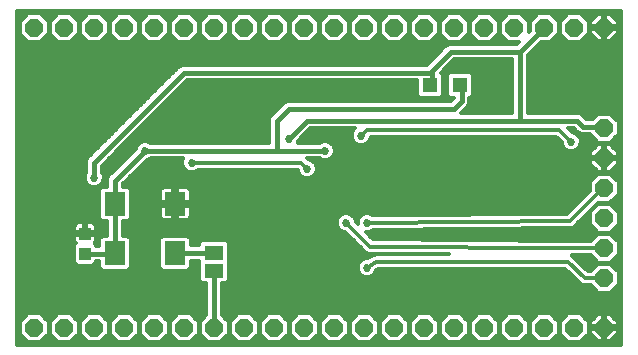
<source format=gbl>
G75*
G70*
%OFA0B0*%
%FSLAX24Y24*%
%IPPOS*%
%LPD*%
%AMOC8*
5,1,8,0,0,1.08239X$1,22.5*
%
%ADD10OC8,0.0600*%
%ADD11R,0.0709X0.0787*%
%ADD12R,0.0630X0.0460*%
%ADD13R,0.0394X0.0433*%
%ADD14R,0.0515X0.0515*%
%ADD15C,0.0120*%
%ADD16C,0.0270*%
%ADD17C,0.0160*%
D10*
X003671Y001161D03*
X004671Y001161D03*
X005671Y001161D03*
X006671Y001161D03*
X007671Y001161D03*
X008671Y001161D03*
X009671Y001161D03*
X010671Y001161D03*
X011671Y001161D03*
X012671Y001161D03*
X013671Y001161D03*
X014671Y001161D03*
X015671Y001161D03*
X016671Y001161D03*
X017671Y001161D03*
X018671Y001161D03*
X019671Y001161D03*
X020671Y001161D03*
X021671Y001161D03*
X022671Y001161D03*
X022671Y002811D03*
X022671Y003811D03*
X022671Y004811D03*
X022671Y005811D03*
X022671Y006811D03*
X022671Y007811D03*
X022671Y011161D03*
X021671Y011161D03*
X020671Y011161D03*
X019671Y011161D03*
X018671Y011161D03*
X017671Y011161D03*
X016671Y011161D03*
X015671Y011161D03*
X014671Y011161D03*
X013671Y011161D03*
X012671Y011161D03*
X011671Y011161D03*
X010671Y011161D03*
X009671Y011161D03*
X008671Y011161D03*
X007671Y011161D03*
X006671Y011161D03*
X005671Y011161D03*
X004671Y011161D03*
X003671Y011161D03*
D11*
X006371Y005288D03*
X008371Y005288D03*
X008371Y003634D03*
X006371Y003634D03*
D12*
X009671Y003661D03*
X009671Y003061D03*
D13*
X005371Y003627D03*
X005371Y004296D03*
D14*
X016871Y009261D03*
X017871Y009261D03*
D15*
X003101Y011731D02*
X003101Y000591D01*
X023241Y000591D01*
X023241Y011731D01*
X003101Y011731D01*
X003101Y011660D02*
X023241Y011660D01*
X023241Y011541D02*
X022941Y011541D01*
X022861Y011621D02*
X022711Y011621D01*
X022711Y011201D01*
X023131Y011201D01*
X023131Y011352D01*
X022861Y011621D01*
X022711Y011541D02*
X022631Y011541D01*
X022631Y011621D02*
X022480Y011621D01*
X022211Y011352D01*
X022211Y011201D01*
X022631Y011201D01*
X022631Y011121D01*
X022711Y011121D01*
X022711Y010701D01*
X022861Y010701D01*
X023131Y010971D01*
X023131Y011121D01*
X022711Y011121D01*
X022711Y011201D01*
X022631Y011201D01*
X022631Y011621D01*
X022401Y011541D02*
X021969Y011541D01*
X021870Y011641D02*
X021472Y011641D01*
X021191Y011360D01*
X021191Y010962D01*
X021472Y010681D01*
X021870Y010681D01*
X022151Y010962D01*
X022151Y011360D01*
X021870Y011641D01*
X022088Y011423D02*
X022282Y011423D01*
X022211Y011304D02*
X022151Y011304D01*
X022151Y011186D02*
X022631Y011186D01*
X022631Y011121D02*
X022211Y011121D01*
X022211Y010971D01*
X022480Y010701D01*
X022631Y010701D01*
X022631Y011121D01*
X022631Y011067D02*
X022711Y011067D01*
X022711Y010949D02*
X022631Y010949D01*
X022631Y010830D02*
X022711Y010830D01*
X022711Y010712D02*
X022631Y010712D01*
X022470Y010712D02*
X021900Y010712D01*
X022019Y010830D02*
X022351Y010830D01*
X022233Y010949D02*
X022137Y010949D01*
X022151Y011067D02*
X022211Y011067D01*
X022631Y011304D02*
X022711Y011304D01*
X022711Y011186D02*
X023241Y011186D01*
X023241Y011304D02*
X023131Y011304D01*
X023060Y011423D02*
X023241Y011423D01*
X023241Y011067D02*
X023131Y011067D01*
X023109Y010949D02*
X023241Y010949D01*
X023241Y010830D02*
X022990Y010830D01*
X022872Y010712D02*
X023241Y010712D01*
X023241Y010593D02*
X020470Y010593D01*
X020559Y010681D02*
X020870Y010681D01*
X021151Y010962D01*
X021151Y011360D01*
X020870Y011641D01*
X020472Y011641D01*
X020191Y011360D01*
X020191Y011049D01*
X020151Y011009D01*
X020151Y011360D01*
X019870Y011641D01*
X019472Y011641D01*
X019191Y011360D01*
X019191Y010962D01*
X019472Y010681D01*
X019823Y010681D01*
X019763Y010621D01*
X017519Y010621D01*
X017424Y010582D01*
X017350Y010509D01*
X016763Y009921D01*
X008619Y009921D01*
X008524Y009882D01*
X003101Y009882D01*
X003101Y010000D02*
X016842Y010000D01*
X016961Y010119D02*
X003101Y010119D01*
X003101Y010237D02*
X017079Y010237D01*
X017198Y010356D02*
X003101Y010356D01*
X003101Y010475D02*
X017316Y010475D01*
X017451Y010593D02*
X003101Y010593D01*
X003101Y010712D02*
X003442Y010712D01*
X003472Y010681D02*
X003870Y010681D01*
X004151Y010962D01*
X004151Y011360D01*
X003870Y011641D01*
X003472Y011641D01*
X003191Y011360D01*
X003191Y010962D01*
X003472Y010681D01*
X003323Y010830D02*
X003101Y010830D01*
X003101Y010949D02*
X003205Y010949D01*
X003191Y011067D02*
X003101Y011067D01*
X003101Y011186D02*
X003191Y011186D01*
X003191Y011304D02*
X003101Y011304D01*
X003101Y011423D02*
X003254Y011423D01*
X003372Y011541D02*
X003101Y011541D01*
X003969Y011541D02*
X004372Y011541D01*
X004472Y011641D02*
X004191Y011360D01*
X004191Y010962D01*
X004472Y010681D01*
X004870Y010681D01*
X005151Y010962D01*
X005151Y011360D01*
X004870Y011641D01*
X004472Y011641D01*
X004254Y011423D02*
X004088Y011423D01*
X004151Y011304D02*
X004191Y011304D01*
X004191Y011186D02*
X004151Y011186D01*
X004151Y011067D02*
X004191Y011067D01*
X004205Y010949D02*
X004137Y010949D01*
X004019Y010830D02*
X004323Y010830D01*
X004442Y010712D02*
X003900Y010712D01*
X004900Y010712D02*
X005442Y010712D01*
X005472Y010681D02*
X005870Y010681D01*
X006151Y010962D01*
X006151Y011360D01*
X005870Y011641D01*
X005472Y011641D01*
X005191Y011360D01*
X005191Y010962D01*
X005472Y010681D01*
X005323Y010830D02*
X005019Y010830D01*
X005137Y010949D02*
X005205Y010949D01*
X005191Y011067D02*
X005151Y011067D01*
X005151Y011186D02*
X005191Y011186D01*
X005191Y011304D02*
X005151Y011304D01*
X005088Y011423D02*
X005254Y011423D01*
X005372Y011541D02*
X004969Y011541D01*
X005969Y011541D02*
X006372Y011541D01*
X006472Y011641D02*
X006191Y011360D01*
X006191Y010962D01*
X006472Y010681D01*
X006870Y010681D01*
X007151Y010962D01*
X007151Y011360D01*
X006870Y011641D01*
X006472Y011641D01*
X006254Y011423D02*
X006088Y011423D01*
X006151Y011304D02*
X006191Y011304D01*
X006191Y011186D02*
X006151Y011186D01*
X006151Y011067D02*
X006191Y011067D01*
X006205Y010949D02*
X006137Y010949D01*
X006019Y010830D02*
X006323Y010830D01*
X006442Y010712D02*
X005900Y010712D01*
X006900Y010712D02*
X007442Y010712D01*
X007472Y010681D02*
X007870Y010681D01*
X008151Y010962D01*
X008151Y011360D01*
X007870Y011641D01*
X007472Y011641D01*
X007191Y011360D01*
X007191Y010962D01*
X007472Y010681D01*
X007323Y010830D02*
X007019Y010830D01*
X007137Y010949D02*
X007205Y010949D01*
X007191Y011067D02*
X007151Y011067D01*
X007151Y011186D02*
X007191Y011186D01*
X007191Y011304D02*
X007151Y011304D01*
X007088Y011423D02*
X007254Y011423D01*
X007372Y011541D02*
X006969Y011541D01*
X007969Y011541D02*
X008372Y011541D01*
X008472Y011641D02*
X008191Y011360D01*
X008191Y010962D01*
X008472Y010681D01*
X008870Y010681D01*
X009151Y010962D01*
X009151Y011360D01*
X008870Y011641D01*
X008472Y011641D01*
X008254Y011423D02*
X008088Y011423D01*
X008151Y011304D02*
X008191Y011304D01*
X008191Y011186D02*
X008151Y011186D01*
X008151Y011067D02*
X008191Y011067D01*
X008205Y010949D02*
X008137Y010949D01*
X008019Y010830D02*
X008323Y010830D01*
X008442Y010712D02*
X007900Y010712D01*
X008900Y010712D02*
X009442Y010712D01*
X009472Y010681D02*
X009870Y010681D01*
X010151Y010962D01*
X010151Y011360D01*
X009870Y011641D01*
X009472Y011641D01*
X009191Y011360D01*
X009191Y010962D01*
X009472Y010681D01*
X009323Y010830D02*
X009019Y010830D01*
X009137Y010949D02*
X009205Y010949D01*
X009191Y011067D02*
X009151Y011067D01*
X009151Y011186D02*
X009191Y011186D01*
X009191Y011304D02*
X009151Y011304D01*
X009088Y011423D02*
X009254Y011423D01*
X009372Y011541D02*
X008969Y011541D01*
X009969Y011541D02*
X010372Y011541D01*
X010472Y011641D02*
X010191Y011360D01*
X010191Y010962D01*
X010472Y010681D01*
X010870Y010681D01*
X011151Y010962D01*
X011151Y011360D01*
X010870Y011641D01*
X010472Y011641D01*
X010254Y011423D02*
X010088Y011423D01*
X010151Y011304D02*
X010191Y011304D01*
X010191Y011186D02*
X010151Y011186D01*
X010151Y011067D02*
X010191Y011067D01*
X010205Y010949D02*
X010137Y010949D01*
X010019Y010830D02*
X010323Y010830D01*
X010442Y010712D02*
X009900Y010712D01*
X010900Y010712D02*
X011442Y010712D01*
X011472Y010681D02*
X011870Y010681D01*
X012151Y010962D01*
X012151Y011360D01*
X011870Y011641D01*
X011472Y011641D01*
X011191Y011360D01*
X011191Y010962D01*
X011472Y010681D01*
X011323Y010830D02*
X011019Y010830D01*
X011137Y010949D02*
X011205Y010949D01*
X011191Y011067D02*
X011151Y011067D01*
X011151Y011186D02*
X011191Y011186D01*
X011191Y011304D02*
X011151Y011304D01*
X011088Y011423D02*
X011254Y011423D01*
X011372Y011541D02*
X010969Y011541D01*
X011969Y011541D02*
X012372Y011541D01*
X012472Y011641D02*
X012191Y011360D01*
X012191Y010962D01*
X012472Y010681D01*
X012870Y010681D01*
X013151Y010962D01*
X013151Y011360D01*
X012870Y011641D01*
X012472Y011641D01*
X012254Y011423D02*
X012088Y011423D01*
X012151Y011304D02*
X012191Y011304D01*
X012191Y011186D02*
X012151Y011186D01*
X012151Y011067D02*
X012191Y011067D01*
X012205Y010949D02*
X012137Y010949D01*
X012019Y010830D02*
X012323Y010830D01*
X012442Y010712D02*
X011900Y010712D01*
X012900Y010712D02*
X013442Y010712D01*
X013472Y010681D02*
X013870Y010681D01*
X014151Y010962D01*
X014151Y011360D01*
X013870Y011641D01*
X013472Y011641D01*
X013191Y011360D01*
X013191Y010962D01*
X013472Y010681D01*
X013323Y010830D02*
X013019Y010830D01*
X013137Y010949D02*
X013205Y010949D01*
X013191Y011067D02*
X013151Y011067D01*
X013151Y011186D02*
X013191Y011186D01*
X013191Y011304D02*
X013151Y011304D01*
X013088Y011423D02*
X013254Y011423D01*
X013372Y011541D02*
X012969Y011541D01*
X013969Y011541D02*
X014372Y011541D01*
X014472Y011641D02*
X014191Y011360D01*
X014191Y010962D01*
X014472Y010681D01*
X014870Y010681D01*
X015151Y010962D01*
X015151Y011360D01*
X014870Y011641D01*
X014472Y011641D01*
X014254Y011423D02*
X014088Y011423D01*
X014151Y011304D02*
X014191Y011304D01*
X014191Y011186D02*
X014151Y011186D01*
X014151Y011067D02*
X014191Y011067D01*
X014205Y010949D02*
X014137Y010949D01*
X014019Y010830D02*
X014323Y010830D01*
X014442Y010712D02*
X013900Y010712D01*
X014900Y010712D02*
X015442Y010712D01*
X015472Y010681D02*
X015870Y010681D01*
X016151Y010962D01*
X016151Y011360D01*
X015870Y011641D01*
X015472Y011641D01*
X015191Y011360D01*
X015191Y010962D01*
X015472Y010681D01*
X015323Y010830D02*
X015019Y010830D01*
X015137Y010949D02*
X015205Y010949D01*
X015191Y011067D02*
X015151Y011067D01*
X015151Y011186D02*
X015191Y011186D01*
X015191Y011304D02*
X015151Y011304D01*
X015088Y011423D02*
X015254Y011423D01*
X015372Y011541D02*
X014969Y011541D01*
X015969Y011541D02*
X016372Y011541D01*
X016472Y011641D02*
X016191Y011360D01*
X016191Y010962D01*
X016472Y010681D01*
X016870Y010681D01*
X017151Y010962D01*
X017151Y011360D01*
X016870Y011641D01*
X016472Y011641D01*
X016254Y011423D02*
X016088Y011423D01*
X016151Y011304D02*
X016191Y011304D01*
X016191Y011186D02*
X016151Y011186D01*
X016151Y011067D02*
X016191Y011067D01*
X016205Y010949D02*
X016137Y010949D01*
X016019Y010830D02*
X016323Y010830D01*
X016442Y010712D02*
X015900Y010712D01*
X016900Y010712D02*
X017442Y010712D01*
X017472Y010681D02*
X017870Y010681D01*
X018151Y010962D01*
X018151Y011360D01*
X017870Y011641D01*
X017472Y011641D01*
X017191Y011360D01*
X017191Y010962D01*
X017472Y010681D01*
X017323Y010830D02*
X017019Y010830D01*
X017137Y010949D02*
X017205Y010949D01*
X017191Y011067D02*
X017151Y011067D01*
X017151Y011186D02*
X017191Y011186D01*
X017191Y011304D02*
X017151Y011304D01*
X017088Y011423D02*
X017254Y011423D01*
X017372Y011541D02*
X016969Y011541D01*
X017969Y011541D02*
X018372Y011541D01*
X018472Y011641D02*
X018191Y011360D01*
X018191Y010962D01*
X018472Y010681D01*
X018870Y010681D01*
X019151Y010962D01*
X019151Y011360D01*
X018870Y011641D01*
X018472Y011641D01*
X018254Y011423D02*
X018088Y011423D01*
X018151Y011304D02*
X018191Y011304D01*
X018191Y011186D02*
X018151Y011186D01*
X018151Y011067D02*
X018191Y011067D01*
X018205Y010949D02*
X018137Y010949D01*
X018019Y010830D02*
X018323Y010830D01*
X018442Y010712D02*
X017900Y010712D01*
X017679Y010101D02*
X019611Y010101D01*
X019611Y008321D01*
X017898Y008321D01*
X018068Y008491D01*
X018068Y008491D01*
X018141Y008564D01*
X018181Y008660D01*
X018181Y008824D01*
X018203Y008824D01*
X018308Y008929D01*
X018308Y009593D01*
X018203Y009699D01*
X017539Y009699D01*
X017433Y009593D01*
X017433Y008929D01*
X017539Y008824D01*
X017661Y008824D01*
X017661Y008819D01*
X017563Y008721D01*
X012223Y008721D01*
X012119Y008721D01*
X012024Y008682D01*
X011624Y008282D01*
X011550Y008209D01*
X011511Y008113D01*
X011511Y007321D01*
X007556Y007321D01*
X007549Y007328D01*
X007434Y007376D01*
X007308Y007376D01*
X007192Y007328D01*
X007104Y007240D01*
X007056Y007124D01*
X007056Y007114D01*
X006150Y006209D01*
X006111Y006113D01*
X006111Y006010D01*
X006111Y005862D01*
X005942Y005862D01*
X005837Y005756D01*
X005837Y004820D01*
X005942Y004714D01*
X006111Y004714D01*
X006111Y004208D01*
X005942Y004208D01*
X005837Y004103D01*
X005837Y003887D01*
X005748Y003887D01*
X005748Y003918D01*
X005690Y003975D01*
X005696Y003981D01*
X005717Y004018D01*
X005728Y004058D01*
X005728Y004257D01*
X005410Y004257D01*
X005410Y004334D01*
X005728Y004334D01*
X005728Y004534D01*
X005717Y004574D01*
X005696Y004611D01*
X005666Y004640D01*
X005629Y004661D01*
X005589Y004672D01*
X005409Y004672D01*
X005409Y004335D01*
X005332Y004335D01*
X005332Y004672D01*
X005153Y004672D01*
X005112Y004661D01*
X005076Y004640D01*
X005046Y004611D01*
X005025Y004574D01*
X005014Y004534D01*
X005014Y004334D01*
X005332Y004334D01*
X005332Y004257D01*
X005014Y004257D01*
X005014Y004058D01*
X005025Y004018D01*
X005046Y003981D01*
X005052Y003975D01*
X004994Y003918D01*
X004994Y003336D01*
X005099Y003230D01*
X005642Y003230D01*
X005748Y003336D01*
X005748Y003367D01*
X005837Y003367D01*
X005837Y003166D01*
X005942Y003061D01*
X006800Y003061D01*
X006905Y003166D01*
X006905Y004103D01*
X006800Y004208D01*
X006631Y004208D01*
X006631Y004714D01*
X006800Y004714D01*
X006905Y004820D01*
X006905Y005756D01*
X006800Y005862D01*
X006631Y005862D01*
X006631Y005954D01*
X007424Y006746D01*
X007434Y006746D01*
X007549Y006794D01*
X007556Y006801D01*
X008638Y006801D01*
X008606Y006724D01*
X008606Y006599D01*
X008654Y006483D01*
X008742Y006394D01*
X008858Y006346D01*
X008984Y006346D01*
X009099Y006394D01*
X009126Y006421D01*
X012456Y006421D01*
X012456Y006399D01*
X012504Y006283D01*
X012592Y006194D01*
X012708Y006146D01*
X012834Y006146D01*
X012949Y006194D01*
X013038Y006283D01*
X013086Y006399D01*
X013086Y006524D01*
X013038Y006640D01*
X012949Y006728D01*
X012834Y006776D01*
X012795Y006776D01*
X012770Y006801D01*
X013185Y006801D01*
X013192Y006794D01*
X013308Y006746D01*
X013434Y006746D01*
X013549Y006794D01*
X013638Y006883D01*
X013686Y006999D01*
X013686Y007124D01*
X013638Y007240D01*
X013549Y007328D01*
X013434Y007376D01*
X013308Y007376D01*
X013192Y007328D01*
X013185Y007321D01*
X012454Y007321D01*
X012486Y007399D01*
X012486Y007409D01*
X012879Y007801D01*
X014365Y007801D01*
X014304Y007740D01*
X014256Y007624D01*
X014256Y007499D01*
X014304Y007383D01*
X014392Y007294D01*
X014508Y007246D01*
X014634Y007246D01*
X014749Y007294D01*
X014838Y007383D01*
X014886Y007499D01*
X014886Y007521D01*
X021071Y007521D01*
X021256Y007337D01*
X021256Y007299D01*
X021304Y007183D01*
X021392Y007094D01*
X021508Y007046D01*
X021634Y007046D01*
X021749Y007094D01*
X021838Y007183D01*
X021886Y007299D01*
X021886Y007424D01*
X021838Y007540D01*
X021749Y007628D01*
X021634Y007676D01*
X021595Y007676D01*
X021470Y007801D01*
X021663Y007801D01*
X021750Y007714D01*
X021824Y007641D01*
X021919Y007601D01*
X022202Y007601D01*
X022472Y007331D01*
X022870Y007331D01*
X023151Y007612D01*
X023151Y008010D01*
X022870Y008291D01*
X022472Y008291D01*
X022302Y008121D01*
X022079Y008121D01*
X021918Y008282D01*
X021823Y008321D01*
X021719Y008321D01*
X020131Y008321D01*
X020131Y010254D01*
X020559Y010681D01*
X020900Y010712D02*
X021442Y010712D01*
X021323Y010830D02*
X021019Y010830D01*
X021137Y010949D02*
X021205Y010949D01*
X021191Y011067D02*
X021151Y011067D01*
X021151Y011186D02*
X021191Y011186D01*
X021191Y011304D02*
X021151Y011304D01*
X021088Y011423D02*
X021254Y011423D01*
X021372Y011541D02*
X020969Y011541D01*
X020372Y011541D02*
X019969Y011541D01*
X020088Y011423D02*
X020254Y011423D01*
X020191Y011304D02*
X020151Y011304D01*
X020151Y011186D02*
X020191Y011186D01*
X020191Y011067D02*
X020151Y011067D01*
X019442Y010712D02*
X018900Y010712D01*
X019019Y010830D02*
X019323Y010830D01*
X019205Y010949D02*
X019137Y010949D01*
X019151Y011067D02*
X019191Y011067D01*
X019191Y011186D02*
X019151Y011186D01*
X019151Y011304D02*
X019191Y011304D01*
X019254Y011423D02*
X019088Y011423D01*
X018969Y011541D02*
X019372Y011541D01*
X020352Y010475D02*
X023241Y010475D01*
X023241Y010356D02*
X020233Y010356D01*
X020131Y010237D02*
X023241Y010237D01*
X023241Y010119D02*
X020131Y010119D01*
X020131Y010000D02*
X023241Y010000D01*
X023241Y009882D02*
X020131Y009882D01*
X020131Y009763D02*
X023241Y009763D01*
X023241Y009645D02*
X020131Y009645D01*
X020131Y009526D02*
X023241Y009526D01*
X023241Y009408D02*
X020131Y009408D01*
X020131Y009289D02*
X023241Y009289D01*
X023241Y009171D02*
X020131Y009171D01*
X020131Y009052D02*
X023241Y009052D01*
X023241Y008933D02*
X020131Y008933D01*
X020131Y008815D02*
X023241Y008815D01*
X023241Y008696D02*
X020131Y008696D01*
X020131Y008578D02*
X023241Y008578D01*
X023241Y008459D02*
X020131Y008459D01*
X020131Y008341D02*
X023241Y008341D01*
X023241Y008222D02*
X022939Y008222D01*
X023057Y008104D02*
X023241Y008104D01*
X023241Y007985D02*
X023151Y007985D01*
X023151Y007867D02*
X023241Y007867D01*
X023241Y007748D02*
X023151Y007748D01*
X023151Y007629D02*
X023241Y007629D01*
X023241Y007511D02*
X023049Y007511D01*
X022931Y007392D02*
X023241Y007392D01*
X023241Y007274D02*
X021876Y007274D01*
X021886Y007392D02*
X022411Y007392D01*
X022480Y007271D02*
X022211Y007002D01*
X022211Y006851D01*
X022631Y006851D01*
X022631Y006771D01*
X022711Y006771D01*
X022711Y006351D01*
X022861Y006351D01*
X023131Y006621D01*
X023131Y006771D01*
X022711Y006771D01*
X022711Y006851D01*
X023131Y006851D01*
X023131Y007002D01*
X022861Y007271D01*
X022711Y007271D01*
X022711Y006851D01*
X022631Y006851D01*
X022631Y007271D01*
X022480Y007271D01*
X022364Y007155D02*
X021810Y007155D01*
X021571Y007361D02*
X021171Y007761D01*
X014771Y007761D01*
X014571Y007561D01*
X014886Y007511D02*
X021082Y007511D01*
X021200Y007392D02*
X014842Y007392D01*
X014700Y007274D02*
X021266Y007274D01*
X021331Y007155D02*
X013673Y007155D01*
X013686Y007037D02*
X022246Y007037D01*
X022211Y006918D02*
X013653Y006918D01*
X013555Y006800D02*
X022631Y006800D01*
X022631Y006771D02*
X022211Y006771D01*
X022211Y006621D01*
X022480Y006351D01*
X022631Y006351D01*
X022631Y006771D01*
X022711Y006800D02*
X023241Y006800D01*
X023241Y006918D02*
X023131Y006918D01*
X023096Y007037D02*
X023241Y007037D01*
X023241Y007155D02*
X022977Y007155D01*
X022711Y007155D02*
X022631Y007155D01*
X022631Y007037D02*
X022711Y007037D01*
X022711Y006918D02*
X022631Y006918D01*
X022631Y006681D02*
X022711Y006681D01*
X022711Y006563D02*
X022631Y006563D01*
X022631Y006444D02*
X022711Y006444D01*
X022954Y006444D02*
X023241Y006444D01*
X023241Y006326D02*
X013056Y006326D01*
X013086Y006444D02*
X022388Y006444D01*
X022269Y006563D02*
X013070Y006563D01*
X012996Y006681D02*
X022211Y006681D01*
X022472Y006291D02*
X022191Y006010D01*
X022191Y005721D01*
X021421Y004950D01*
X014975Y004903D01*
X014949Y004928D01*
X014834Y004976D01*
X014708Y004976D01*
X014592Y004928D01*
X014504Y004840D01*
X014456Y004724D01*
X014456Y004616D01*
X014386Y004686D01*
X014386Y004724D01*
X014338Y004840D01*
X014249Y004928D01*
X014134Y004976D01*
X014008Y004976D01*
X013892Y004928D01*
X013804Y004840D01*
X013756Y004724D01*
X013756Y004599D01*
X013804Y004483D01*
X013892Y004394D01*
X014008Y004346D01*
X014046Y004346D01*
X014701Y003692D01*
X014733Y003659D01*
X014734Y003658D01*
X014735Y003658D01*
X014776Y003641D01*
X014821Y003622D01*
X014822Y003622D01*
X014823Y003621D01*
X014868Y003621D01*
X017497Y003601D01*
X015095Y003601D01*
X015071Y003606D01*
X015047Y003601D01*
X015023Y003601D01*
X015001Y003592D01*
X014977Y003587D01*
X014957Y003574D01*
X014935Y003565D01*
X014918Y003548D01*
X014811Y003476D01*
X014708Y003476D01*
X014592Y003428D01*
X014504Y003340D01*
X014456Y003224D01*
X014456Y003099D01*
X014504Y002983D01*
X014592Y002894D01*
X014708Y002846D01*
X014834Y002846D01*
X014949Y002894D01*
X015038Y002983D01*
X015077Y003077D01*
X015144Y003121D01*
X021371Y003121D01*
X021885Y002608D01*
X021973Y002571D01*
X022069Y002571D01*
X022232Y002571D01*
X022472Y002331D01*
X022870Y002331D01*
X023151Y002612D01*
X023151Y003010D01*
X022870Y003291D01*
X022472Y003291D01*
X022232Y003051D01*
X022120Y003051D01*
X021607Y003565D01*
X021591Y003571D01*
X022232Y003571D01*
X022472Y003331D01*
X022870Y003331D01*
X023151Y003612D01*
X023151Y004010D01*
X022870Y004291D01*
X022472Y004291D01*
X022232Y004051D01*
X021424Y004051D01*
X014971Y004100D01*
X014725Y004346D01*
X014834Y004346D01*
X014949Y004394D01*
X014978Y004423D01*
X021523Y004471D01*
X021569Y004471D01*
X021569Y004472D01*
X021570Y004472D01*
X021613Y004490D01*
X021657Y004508D01*
X021657Y004508D01*
X021658Y004509D01*
X021691Y004542D01*
X022480Y005331D01*
X022870Y005331D01*
X023151Y005612D01*
X023151Y006010D01*
X022870Y006291D01*
X022472Y006291D01*
X022388Y006207D02*
X012962Y006207D01*
X012771Y006461D02*
X012571Y006661D01*
X008921Y006661D01*
X008693Y006444D02*
X007121Y006444D01*
X007003Y006326D02*
X012486Y006326D01*
X012580Y006207D02*
X006884Y006207D01*
X006766Y006088D02*
X022269Y006088D01*
X022191Y005970D02*
X006647Y005970D01*
X006810Y005851D02*
X022191Y005851D01*
X022191Y005733D02*
X008877Y005733D01*
X008874Y005743D02*
X008885Y005703D01*
X008885Y005348D01*
X008431Y005348D01*
X008431Y005228D01*
X008885Y005228D01*
X008885Y004873D01*
X008874Y004833D01*
X008853Y004796D01*
X008823Y004766D01*
X008787Y004745D01*
X008746Y004734D01*
X008431Y004734D01*
X008431Y005228D01*
X008311Y005228D01*
X008311Y004734D01*
X007995Y004734D01*
X007955Y004745D01*
X007918Y004766D01*
X007889Y004796D01*
X007867Y004833D01*
X007857Y004873D01*
X007857Y005228D01*
X008311Y005228D01*
X008311Y005348D01*
X008311Y005842D01*
X007995Y005842D01*
X007955Y005831D01*
X007918Y005810D01*
X007889Y005780D01*
X007867Y005743D01*
X007857Y005703D01*
X007857Y005348D01*
X008311Y005348D01*
X008431Y005348D01*
X008431Y005842D01*
X008746Y005842D01*
X008787Y005831D01*
X008823Y005810D01*
X008853Y005780D01*
X008874Y005743D01*
X008885Y005614D02*
X022084Y005614D01*
X021966Y005496D02*
X008885Y005496D01*
X008885Y005377D02*
X021847Y005377D01*
X021729Y005259D02*
X008431Y005259D01*
X008431Y005377D02*
X008311Y005377D01*
X008311Y005259D02*
X006905Y005259D01*
X006905Y005377D02*
X007857Y005377D01*
X007857Y005496D02*
X006905Y005496D01*
X006905Y005614D02*
X007857Y005614D01*
X007865Y005733D02*
X006905Y005733D01*
X006111Y005970D02*
X005925Y005970D01*
X005938Y005983D02*
X005986Y006099D01*
X005986Y006224D01*
X005938Y006340D01*
X005931Y006347D01*
X005931Y006554D01*
X008779Y009401D01*
X016433Y009401D01*
X016433Y008929D01*
X016539Y008824D01*
X017203Y008824D01*
X017308Y008929D01*
X017308Y009593D01*
X017239Y009662D01*
X017679Y010101D01*
X017578Y010000D02*
X019611Y010000D01*
X019611Y009882D02*
X017459Y009882D01*
X017341Y009763D02*
X019611Y009763D01*
X019611Y009645D02*
X018257Y009645D01*
X018308Y009526D02*
X019611Y009526D01*
X019611Y009408D02*
X018308Y009408D01*
X018308Y009289D02*
X019611Y009289D01*
X019611Y009171D02*
X018308Y009171D01*
X018308Y009052D02*
X019611Y009052D01*
X019611Y008933D02*
X018308Y008933D01*
X018181Y008815D02*
X019611Y008815D01*
X019611Y008696D02*
X018181Y008696D01*
X018147Y008578D02*
X019611Y008578D01*
X019611Y008459D02*
X018037Y008459D01*
X017918Y008341D02*
X019611Y008341D01*
X021523Y007748D02*
X021716Y007748D01*
X021746Y007629D02*
X021851Y007629D01*
X021850Y007511D02*
X022292Y007511D01*
X022403Y008222D02*
X021978Y008222D01*
X023131Y006681D02*
X023241Y006681D01*
X023241Y006563D02*
X023073Y006563D01*
X022954Y006207D02*
X023241Y006207D01*
X023241Y006088D02*
X023072Y006088D01*
X023151Y005970D02*
X023241Y005970D01*
X023241Y005851D02*
X023151Y005851D01*
X023151Y005733D02*
X023241Y005733D01*
X023241Y005614D02*
X023151Y005614D01*
X023241Y005496D02*
X023034Y005496D01*
X022916Y005377D02*
X023241Y005377D01*
X023241Y005259D02*
X022902Y005259D01*
X022870Y005291D02*
X022472Y005291D01*
X022191Y005010D01*
X022191Y004612D01*
X022472Y004331D01*
X022870Y004331D01*
X023151Y004612D01*
X023151Y005010D01*
X022870Y005291D01*
X023021Y005140D02*
X023241Y005140D01*
X023241Y005022D02*
X023139Y005022D01*
X023151Y004903D02*
X023241Y004903D01*
X023241Y004784D02*
X023151Y004784D01*
X023151Y004666D02*
X023241Y004666D01*
X023241Y004547D02*
X023086Y004547D01*
X022967Y004429D02*
X023241Y004429D01*
X023241Y004310D02*
X014761Y004310D01*
X014880Y004192D02*
X022373Y004192D01*
X022254Y004073D02*
X018543Y004073D01*
X015791Y004429D02*
X022374Y004429D01*
X022256Y004547D02*
X021696Y004547D01*
X021815Y004666D02*
X022191Y004666D01*
X022191Y004784D02*
X021933Y004784D01*
X022052Y004903D02*
X022191Y004903D01*
X022202Y005022D02*
X022171Y005022D01*
X022289Y005140D02*
X022321Y005140D01*
X022408Y005259D02*
X022439Y005259D01*
X022671Y005811D02*
X022671Y005861D01*
X021521Y004711D01*
X014771Y004661D01*
X014456Y004666D02*
X014406Y004666D01*
X014361Y004784D02*
X014481Y004784D01*
X014567Y004903D02*
X014275Y004903D01*
X013867Y004903D02*
X008885Y004903D01*
X008885Y005022D02*
X021492Y005022D01*
X021610Y005140D02*
X008885Y005140D01*
X008842Y004784D02*
X013781Y004784D01*
X013756Y004666D02*
X006631Y004666D01*
X006631Y004547D02*
X013777Y004547D01*
X013858Y004429D02*
X006631Y004429D01*
X006631Y004310D02*
X014082Y004310D01*
X014201Y004192D02*
X008816Y004192D01*
X008800Y004208D02*
X007942Y004208D01*
X007837Y004103D01*
X007837Y003166D01*
X007942Y003061D01*
X008800Y003061D01*
X008905Y003166D01*
X008905Y003385D01*
X009176Y003391D01*
X009176Y003366D01*
X009176Y002757D01*
X009281Y002651D01*
X009411Y002651D01*
X009411Y001580D01*
X009191Y001360D01*
X009191Y000962D01*
X009472Y000681D01*
X009870Y000681D01*
X010151Y000962D01*
X010151Y001360D01*
X009931Y001580D01*
X009931Y002651D01*
X021842Y002651D01*
X021723Y002769D02*
X010166Y002769D01*
X010166Y002757D02*
X010166Y003366D01*
X010166Y003966D01*
X010060Y004071D01*
X009281Y004071D01*
X009176Y003966D01*
X009176Y003911D01*
X008905Y003906D01*
X008905Y004103D01*
X008800Y004208D01*
X008905Y004073D02*
X014319Y004073D01*
X014438Y003955D02*
X010166Y003955D01*
X010166Y003836D02*
X014557Y003836D01*
X014675Y003718D02*
X010166Y003718D01*
X010166Y003599D02*
X015018Y003599D01*
X014817Y003480D02*
X010166Y003480D01*
X010166Y003362D02*
X014526Y003362D01*
X014464Y003243D02*
X010166Y003243D01*
X010166Y003125D02*
X014456Y003125D01*
X014494Y003006D02*
X010166Y003006D01*
X010166Y002888D02*
X014608Y002888D01*
X014934Y002888D02*
X021605Y002888D01*
X021486Y003006D02*
X015048Y003006D01*
X014771Y003161D02*
X015071Y003361D01*
X021471Y003361D01*
X022021Y002811D01*
X022671Y002811D01*
X023036Y003125D02*
X023241Y003125D01*
X023241Y003243D02*
X022917Y003243D01*
X022900Y003362D02*
X023241Y003362D01*
X023241Y003480D02*
X023019Y003480D01*
X023137Y003599D02*
X023241Y003599D01*
X023241Y003718D02*
X023151Y003718D01*
X023151Y003836D02*
X023241Y003836D01*
X023241Y003955D02*
X023151Y003955D01*
X023088Y004073D02*
X023241Y004073D01*
X023241Y004192D02*
X022969Y004192D01*
X022671Y003811D02*
X021421Y003811D01*
X014871Y003861D01*
X014071Y004661D01*
X014975Y004903D02*
X015012Y004903D01*
X013187Y006800D02*
X012772Y006800D01*
X012483Y007392D02*
X014300Y007392D01*
X014256Y007511D02*
X012588Y007511D01*
X012707Y007629D02*
X014258Y007629D01*
X014312Y007748D02*
X012825Y007748D01*
X013604Y007274D02*
X014442Y007274D01*
X011920Y008578D02*
X007955Y008578D01*
X008074Y008696D02*
X012059Y008696D01*
X011801Y008459D02*
X007837Y008459D01*
X007718Y008341D02*
X011683Y008341D01*
X011564Y008222D02*
X007599Y008222D01*
X007481Y008104D02*
X011511Y008104D01*
X011511Y007985D02*
X007362Y007985D01*
X007244Y007867D02*
X011511Y007867D01*
X011511Y007748D02*
X007125Y007748D01*
X007007Y007629D02*
X011511Y007629D01*
X011511Y007511D02*
X006888Y007511D01*
X006770Y007392D02*
X011511Y007392D01*
X008637Y006800D02*
X007555Y006800D01*
X007358Y006681D02*
X008606Y006681D01*
X008621Y006563D02*
X007240Y006563D01*
X006742Y006800D02*
X006177Y006800D01*
X006296Y006918D02*
X006860Y006918D01*
X006979Y007037D02*
X006414Y007037D01*
X006533Y007155D02*
X007069Y007155D01*
X007138Y007274D02*
X006651Y007274D01*
X006153Y007511D02*
X003101Y007511D01*
X003101Y007629D02*
X006271Y007629D01*
X006390Y007748D02*
X003101Y007748D01*
X003101Y007867D02*
X006509Y007867D01*
X006627Y007985D02*
X003101Y007985D01*
X003101Y008104D02*
X006746Y008104D01*
X006864Y008222D02*
X003101Y008222D01*
X003101Y008341D02*
X006983Y008341D01*
X007101Y008459D02*
X003101Y008459D01*
X003101Y008578D02*
X007220Y008578D01*
X007338Y008696D02*
X003101Y008696D01*
X003101Y008815D02*
X007457Y008815D01*
X007575Y008933D02*
X003101Y008933D01*
X003101Y009052D02*
X007694Y009052D01*
X007812Y009171D02*
X003101Y009171D01*
X003101Y009289D02*
X007931Y009289D01*
X008050Y009408D02*
X003101Y009408D01*
X003101Y009526D02*
X008168Y009526D01*
X008287Y009645D02*
X003101Y009645D01*
X003101Y009763D02*
X008405Y009763D01*
X008450Y009809D02*
X005450Y006809D01*
X005411Y006713D01*
X005411Y006610D01*
X005411Y006347D01*
X005404Y006340D01*
X005356Y006224D01*
X005356Y006099D01*
X005404Y005983D01*
X005492Y005894D01*
X005608Y005846D01*
X005734Y005846D01*
X005849Y005894D01*
X005938Y005983D01*
X005982Y006088D02*
X006111Y006088D01*
X006150Y006207D02*
X005986Y006207D01*
X005944Y006326D02*
X006267Y006326D01*
X006386Y006444D02*
X005931Y006444D01*
X005940Y006563D02*
X006505Y006563D01*
X006623Y006681D02*
X006058Y006681D01*
X005560Y006918D02*
X003101Y006918D01*
X003101Y006800D02*
X005447Y006800D01*
X005411Y006681D02*
X003101Y006681D01*
X003101Y006563D02*
X005411Y006563D01*
X005411Y006444D02*
X003101Y006444D01*
X003101Y006326D02*
X005398Y006326D01*
X005356Y006207D02*
X003101Y006207D01*
X003101Y006088D02*
X005360Y006088D01*
X005417Y005970D02*
X003101Y005970D01*
X003101Y005851D02*
X005596Y005851D01*
X005746Y005851D02*
X005932Y005851D01*
X005837Y005733D02*
X003101Y005733D01*
X003101Y005614D02*
X005837Y005614D01*
X005837Y005496D02*
X003101Y005496D01*
X003101Y005377D02*
X005837Y005377D01*
X005837Y005259D02*
X003101Y005259D01*
X003101Y005140D02*
X005837Y005140D01*
X005837Y005022D02*
X003101Y005022D01*
X003101Y004903D02*
X005837Y004903D01*
X005872Y004784D02*
X003101Y004784D01*
X003101Y004666D02*
X005129Y004666D01*
X005018Y004547D02*
X003101Y004547D01*
X003101Y004429D02*
X005014Y004429D01*
X005332Y004429D02*
X005409Y004429D01*
X005409Y004547D02*
X005332Y004547D01*
X005332Y004666D02*
X005409Y004666D01*
X005613Y004666D02*
X006111Y004666D01*
X006111Y004547D02*
X005724Y004547D01*
X005728Y004429D02*
X006111Y004429D01*
X006111Y004310D02*
X005410Y004310D01*
X005332Y004310D02*
X003101Y004310D01*
X003101Y004192D02*
X005014Y004192D01*
X005014Y004073D02*
X003101Y004073D01*
X003101Y003955D02*
X005031Y003955D01*
X004994Y003836D02*
X003101Y003836D01*
X003101Y003718D02*
X004994Y003718D01*
X004994Y003599D02*
X003101Y003599D01*
X003101Y003480D02*
X004994Y003480D01*
X004994Y003362D02*
X003101Y003362D01*
X003101Y003243D02*
X005086Y003243D01*
X005656Y003243D02*
X005837Y003243D01*
X005837Y003362D02*
X005748Y003362D01*
X005878Y003125D02*
X003101Y003125D01*
X003101Y003006D02*
X009176Y003006D01*
X009176Y002888D02*
X003101Y002888D01*
X003101Y002769D02*
X009176Y002769D01*
X009411Y002651D02*
X003101Y002651D01*
X003101Y002532D02*
X009411Y002532D01*
X009411Y002414D02*
X003101Y002414D01*
X003101Y002295D02*
X009411Y002295D01*
X009411Y002176D02*
X003101Y002176D01*
X003101Y002058D02*
X009411Y002058D01*
X009411Y001939D02*
X003101Y001939D01*
X003101Y001821D02*
X009411Y001821D01*
X009411Y001702D02*
X003101Y001702D01*
X003101Y001584D02*
X003415Y001584D01*
X003472Y001641D02*
X003191Y001360D01*
X003191Y000962D01*
X003472Y000681D01*
X003870Y000681D01*
X004151Y000962D01*
X004151Y001360D01*
X003870Y001641D01*
X003472Y001641D01*
X003296Y001465D02*
X003101Y001465D01*
X003101Y001347D02*
X003191Y001347D01*
X003191Y001228D02*
X003101Y001228D01*
X003101Y001110D02*
X003191Y001110D01*
X003191Y000991D02*
X003101Y000991D01*
X003101Y000873D02*
X003281Y000873D01*
X003399Y000754D02*
X003101Y000754D01*
X003101Y000635D02*
X023241Y000635D01*
X023241Y000754D02*
X022914Y000754D01*
X022861Y000701D02*
X023131Y000971D01*
X023131Y001121D01*
X022711Y001121D01*
X022711Y000701D01*
X022861Y000701D01*
X022711Y000754D02*
X022631Y000754D01*
X022631Y000701D02*
X022631Y001121D01*
X022711Y001121D01*
X022711Y001201D01*
X023131Y001201D01*
X023131Y001352D01*
X022861Y001621D01*
X022711Y001621D01*
X022711Y001201D01*
X022631Y001201D01*
X022631Y001121D01*
X022211Y001121D01*
X022211Y000971D01*
X022480Y000701D01*
X022631Y000701D01*
X022631Y000873D02*
X022711Y000873D01*
X022711Y000991D02*
X022631Y000991D01*
X022631Y001110D02*
X022711Y001110D01*
X022711Y001228D02*
X022631Y001228D01*
X022631Y001201D02*
X022631Y001621D01*
X022480Y001621D01*
X022211Y001352D01*
X022211Y001201D01*
X022631Y001201D01*
X022631Y001347D02*
X022711Y001347D01*
X022711Y001465D02*
X022631Y001465D01*
X022631Y001584D02*
X022711Y001584D01*
X022899Y001584D02*
X023241Y001584D01*
X023241Y001702D02*
X009931Y001702D01*
X009931Y001584D02*
X010415Y001584D01*
X010472Y001641D02*
X010191Y001360D01*
X010191Y000962D01*
X010472Y000681D01*
X010870Y000681D01*
X011151Y000962D01*
X011151Y001360D01*
X010870Y001641D01*
X010472Y001641D01*
X010296Y001465D02*
X010046Y001465D01*
X010151Y001347D02*
X010191Y001347D01*
X010191Y001228D02*
X010151Y001228D01*
X010151Y001110D02*
X010191Y001110D01*
X010191Y000991D02*
X010151Y000991D01*
X010061Y000873D02*
X010281Y000873D01*
X010399Y000754D02*
X009942Y000754D01*
X009399Y000754D02*
X008942Y000754D01*
X008870Y000681D02*
X009151Y000962D01*
X009151Y001360D01*
X008870Y001641D01*
X008472Y001641D01*
X008191Y001360D01*
X008191Y000962D01*
X008472Y000681D01*
X008870Y000681D01*
X009061Y000873D02*
X009281Y000873D01*
X009191Y000991D02*
X009151Y000991D01*
X009151Y001110D02*
X009191Y001110D01*
X009191Y001228D02*
X009151Y001228D01*
X009151Y001347D02*
X009191Y001347D01*
X009296Y001465D02*
X009046Y001465D01*
X008927Y001584D02*
X009411Y001584D01*
X009931Y001821D02*
X023241Y001821D01*
X023241Y001939D02*
X009931Y001939D01*
X009931Y002058D02*
X023241Y002058D01*
X023241Y002176D02*
X009931Y002176D01*
X009931Y002295D02*
X023241Y002295D01*
X023241Y002414D02*
X022952Y002414D01*
X023071Y002532D02*
X023241Y002532D01*
X023241Y002651D02*
X023151Y002651D01*
X023151Y002769D02*
X023241Y002769D01*
X023241Y002888D02*
X023151Y002888D01*
X023151Y003006D02*
X023241Y003006D01*
X022424Y003243D02*
X021928Y003243D01*
X022047Y003125D02*
X022306Y003125D01*
X022441Y003362D02*
X021810Y003362D01*
X021691Y003480D02*
X022323Y003480D01*
X022271Y002532D02*
X009931Y002532D01*
X009931Y002414D02*
X022390Y002414D01*
X022443Y001584D02*
X021927Y001584D01*
X021870Y001641D02*
X021472Y001641D01*
X021191Y001360D01*
X021191Y000962D01*
X021472Y000681D01*
X021870Y000681D01*
X022151Y000962D01*
X022151Y001360D01*
X021870Y001641D01*
X022046Y001465D02*
X022324Y001465D01*
X022211Y001347D02*
X022151Y001347D01*
X022151Y001228D02*
X022211Y001228D01*
X022211Y001110D02*
X022151Y001110D01*
X022151Y000991D02*
X022211Y000991D01*
X022309Y000873D02*
X022061Y000873D01*
X021942Y000754D02*
X022428Y000754D01*
X023033Y000873D02*
X023241Y000873D01*
X023241Y000991D02*
X023131Y000991D01*
X023131Y001110D02*
X023241Y001110D01*
X023241Y001228D02*
X023131Y001228D01*
X023131Y001347D02*
X023241Y001347D01*
X023241Y001465D02*
X023017Y001465D01*
X021415Y001584D02*
X020927Y001584D01*
X020870Y001641D02*
X020472Y001641D01*
X020191Y001360D01*
X020191Y000962D01*
X020472Y000681D01*
X020870Y000681D01*
X021151Y000962D01*
X021151Y001360D01*
X020870Y001641D01*
X021046Y001465D02*
X021296Y001465D01*
X021191Y001347D02*
X021151Y001347D01*
X021151Y001228D02*
X021191Y001228D01*
X021191Y001110D02*
X021151Y001110D01*
X021151Y000991D02*
X021191Y000991D01*
X021281Y000873D02*
X021061Y000873D01*
X020942Y000754D02*
X021399Y000754D01*
X020399Y000754D02*
X019942Y000754D01*
X019870Y000681D02*
X020151Y000962D01*
X020151Y001360D01*
X019870Y001641D01*
X019472Y001641D01*
X019191Y001360D01*
X019191Y000962D01*
X019472Y000681D01*
X019870Y000681D01*
X020061Y000873D02*
X020281Y000873D01*
X020191Y000991D02*
X020151Y000991D01*
X020151Y001110D02*
X020191Y001110D01*
X020191Y001228D02*
X020151Y001228D01*
X020151Y001347D02*
X020191Y001347D01*
X020296Y001465D02*
X020046Y001465D01*
X019927Y001584D02*
X020415Y001584D01*
X019415Y001584D02*
X018927Y001584D01*
X018870Y001641D02*
X018472Y001641D01*
X018191Y001360D01*
X018191Y000962D01*
X018472Y000681D01*
X018870Y000681D01*
X019151Y000962D01*
X019151Y001360D01*
X018870Y001641D01*
X019046Y001465D02*
X019296Y001465D01*
X019191Y001347D02*
X019151Y001347D01*
X019151Y001228D02*
X019191Y001228D01*
X019191Y001110D02*
X019151Y001110D01*
X019151Y000991D02*
X019191Y000991D01*
X019281Y000873D02*
X019061Y000873D01*
X018942Y000754D02*
X019399Y000754D01*
X018399Y000754D02*
X017942Y000754D01*
X017870Y000681D02*
X018151Y000962D01*
X018151Y001360D01*
X017870Y001641D01*
X017472Y001641D01*
X017191Y001360D01*
X017191Y000962D01*
X017472Y000681D01*
X017870Y000681D01*
X017399Y000754D02*
X016942Y000754D01*
X016870Y000681D02*
X017151Y000962D01*
X017151Y001360D01*
X016870Y001641D01*
X016472Y001641D01*
X016191Y001360D01*
X016191Y000962D01*
X016472Y000681D01*
X016870Y000681D01*
X017061Y000873D02*
X017281Y000873D01*
X017191Y000991D02*
X017151Y000991D01*
X017151Y001110D02*
X017191Y001110D01*
X017191Y001228D02*
X017151Y001228D01*
X017151Y001347D02*
X017191Y001347D01*
X017296Y001465D02*
X017046Y001465D01*
X016927Y001584D02*
X017415Y001584D01*
X017927Y001584D02*
X018415Y001584D01*
X018296Y001465D02*
X018046Y001465D01*
X018151Y001347D02*
X018191Y001347D01*
X018191Y001228D02*
X018151Y001228D01*
X018151Y001110D02*
X018191Y001110D01*
X018191Y000991D02*
X018151Y000991D01*
X018061Y000873D02*
X018281Y000873D01*
X016399Y000754D02*
X015942Y000754D01*
X015870Y000681D02*
X016151Y000962D01*
X016151Y001360D01*
X015870Y001641D01*
X015472Y001641D01*
X015191Y001360D01*
X015191Y000962D01*
X015472Y000681D01*
X015870Y000681D01*
X016061Y000873D02*
X016281Y000873D01*
X016191Y000991D02*
X016151Y000991D01*
X016151Y001110D02*
X016191Y001110D01*
X016191Y001228D02*
X016151Y001228D01*
X016151Y001347D02*
X016191Y001347D01*
X016296Y001465D02*
X016046Y001465D01*
X015927Y001584D02*
X016415Y001584D01*
X015415Y001584D02*
X014927Y001584D01*
X014870Y001641D02*
X014472Y001641D01*
X014191Y001360D01*
X014191Y000962D01*
X014472Y000681D01*
X014870Y000681D01*
X015151Y000962D01*
X015151Y001360D01*
X014870Y001641D01*
X015046Y001465D02*
X015296Y001465D01*
X015191Y001347D02*
X015151Y001347D01*
X015151Y001228D02*
X015191Y001228D01*
X015191Y001110D02*
X015151Y001110D01*
X015151Y000991D02*
X015191Y000991D01*
X015281Y000873D02*
X015061Y000873D01*
X014942Y000754D02*
X015399Y000754D01*
X014399Y000754D02*
X013942Y000754D01*
X013870Y000681D02*
X014151Y000962D01*
X014151Y001360D01*
X013870Y001641D01*
X013472Y001641D01*
X013191Y001360D01*
X013191Y000962D01*
X013472Y000681D01*
X013870Y000681D01*
X014061Y000873D02*
X014281Y000873D01*
X014191Y000991D02*
X014151Y000991D01*
X014151Y001110D02*
X014191Y001110D01*
X014191Y001228D02*
X014151Y001228D01*
X014151Y001347D02*
X014191Y001347D01*
X014296Y001465D02*
X014046Y001465D01*
X013927Y001584D02*
X014415Y001584D01*
X013415Y001584D02*
X012927Y001584D01*
X012870Y001641D02*
X012472Y001641D01*
X012191Y001360D01*
X012191Y000962D01*
X012472Y000681D01*
X012870Y000681D01*
X013151Y000962D01*
X013151Y001360D01*
X012870Y001641D01*
X013046Y001465D02*
X013296Y001465D01*
X013191Y001347D02*
X013151Y001347D01*
X013151Y001228D02*
X013191Y001228D01*
X013191Y001110D02*
X013151Y001110D01*
X013151Y000991D02*
X013191Y000991D01*
X013281Y000873D02*
X013061Y000873D01*
X012942Y000754D02*
X013399Y000754D01*
X012399Y000754D02*
X011942Y000754D01*
X011870Y000681D02*
X012151Y000962D01*
X012151Y001360D01*
X011870Y001641D01*
X011472Y001641D01*
X011191Y001360D01*
X011191Y000962D01*
X011472Y000681D01*
X011870Y000681D01*
X012061Y000873D02*
X012281Y000873D01*
X012191Y000991D02*
X012151Y000991D01*
X012151Y001110D02*
X012191Y001110D01*
X012191Y001228D02*
X012151Y001228D01*
X012151Y001347D02*
X012191Y001347D01*
X012296Y001465D02*
X012046Y001465D01*
X011927Y001584D02*
X012415Y001584D01*
X011415Y001584D02*
X010927Y001584D01*
X011046Y001465D02*
X011296Y001465D01*
X011191Y001347D02*
X011151Y001347D01*
X011151Y001228D02*
X011191Y001228D01*
X011191Y001110D02*
X011151Y001110D01*
X011151Y000991D02*
X011191Y000991D01*
X011281Y000873D02*
X011061Y000873D01*
X010942Y000754D02*
X011399Y000754D01*
X008399Y000754D02*
X007942Y000754D01*
X007870Y000681D02*
X008151Y000962D01*
X008151Y001360D01*
X007870Y001641D01*
X007472Y001641D01*
X007191Y001360D01*
X007191Y000962D01*
X007472Y000681D01*
X007870Y000681D01*
X008061Y000873D02*
X008281Y000873D01*
X008191Y000991D02*
X008151Y000991D01*
X008151Y001110D02*
X008191Y001110D01*
X008191Y001228D02*
X008151Y001228D01*
X008151Y001347D02*
X008191Y001347D01*
X008296Y001465D02*
X008046Y001465D01*
X007927Y001584D02*
X008415Y001584D01*
X007415Y001584D02*
X006927Y001584D01*
X006870Y001641D02*
X006472Y001641D01*
X006191Y001360D01*
X006191Y000962D01*
X006472Y000681D01*
X006870Y000681D01*
X007151Y000962D01*
X007151Y001360D01*
X006870Y001641D01*
X007046Y001465D02*
X007296Y001465D01*
X007191Y001347D02*
X007151Y001347D01*
X007151Y001228D02*
X007191Y001228D01*
X007191Y001110D02*
X007151Y001110D01*
X007151Y000991D02*
X007191Y000991D01*
X007281Y000873D02*
X007061Y000873D01*
X006942Y000754D02*
X007399Y000754D01*
X006399Y000754D02*
X005942Y000754D01*
X005870Y000681D02*
X006151Y000962D01*
X006151Y001360D01*
X005870Y001641D01*
X005472Y001641D01*
X005191Y001360D01*
X005191Y000962D01*
X005472Y000681D01*
X005870Y000681D01*
X006061Y000873D02*
X006281Y000873D01*
X006191Y000991D02*
X006151Y000991D01*
X006151Y001110D02*
X006191Y001110D01*
X006191Y001228D02*
X006151Y001228D01*
X006151Y001347D02*
X006191Y001347D01*
X006296Y001465D02*
X006046Y001465D01*
X005927Y001584D02*
X006415Y001584D01*
X005415Y001584D02*
X004927Y001584D01*
X004870Y001641D02*
X004472Y001641D01*
X004191Y001360D01*
X004191Y000962D01*
X004472Y000681D01*
X004870Y000681D01*
X005151Y000962D01*
X005151Y001360D01*
X004870Y001641D01*
X005046Y001465D02*
X005296Y001465D01*
X005191Y001347D02*
X005151Y001347D01*
X005151Y001228D02*
X005191Y001228D01*
X005191Y001110D02*
X005151Y001110D01*
X005151Y000991D02*
X005191Y000991D01*
X005281Y000873D02*
X005061Y000873D01*
X004942Y000754D02*
X005399Y000754D01*
X004399Y000754D02*
X003942Y000754D01*
X004061Y000873D02*
X004281Y000873D01*
X004191Y000991D02*
X004151Y000991D01*
X004151Y001110D02*
X004191Y001110D01*
X004191Y001228D02*
X004151Y001228D01*
X004151Y001347D02*
X004191Y001347D01*
X004296Y001465D02*
X004046Y001465D01*
X003927Y001584D02*
X004415Y001584D01*
X006864Y003125D02*
X007878Y003125D01*
X007837Y003243D02*
X006905Y003243D01*
X006905Y003362D02*
X007837Y003362D01*
X007837Y003480D02*
X006905Y003480D01*
X006905Y003599D02*
X007837Y003599D01*
X007837Y003718D02*
X006905Y003718D01*
X006905Y003836D02*
X007837Y003836D01*
X007837Y003955D02*
X006905Y003955D01*
X006905Y004073D02*
X007837Y004073D01*
X007926Y004192D02*
X006816Y004192D01*
X005926Y004192D02*
X005728Y004192D01*
X005728Y004073D02*
X005837Y004073D01*
X005837Y003955D02*
X005711Y003955D01*
X006870Y004784D02*
X007900Y004784D01*
X007857Y004903D02*
X006905Y004903D01*
X006905Y005022D02*
X007857Y005022D01*
X007857Y005140D02*
X006905Y005140D01*
X008311Y005140D02*
X008431Y005140D01*
X008431Y005022D02*
X008311Y005022D01*
X008311Y004903D02*
X008431Y004903D01*
X008431Y004784D02*
X008311Y004784D01*
X008311Y005496D02*
X008431Y005496D01*
X008431Y005614D02*
X008311Y005614D01*
X008311Y005733D02*
X008431Y005733D01*
X005916Y007274D02*
X003101Y007274D01*
X003101Y007392D02*
X006034Y007392D01*
X005797Y007155D02*
X003101Y007155D01*
X003101Y007037D02*
X005679Y007037D01*
X008192Y008815D02*
X017657Y008815D01*
X017433Y008933D02*
X017308Y008933D01*
X017308Y009052D02*
X017433Y009052D01*
X017433Y009171D02*
X017308Y009171D01*
X017308Y009289D02*
X017433Y009289D01*
X017433Y009408D02*
X017308Y009408D01*
X017308Y009526D02*
X017433Y009526D01*
X017485Y009645D02*
X017257Y009645D01*
X016433Y009289D02*
X008666Y009289D01*
X008548Y009171D02*
X016433Y009171D01*
X016433Y009052D02*
X008429Y009052D01*
X008311Y008933D02*
X016433Y008933D01*
X022631Y011423D02*
X022711Y011423D01*
X009176Y003955D02*
X008905Y003955D01*
X008905Y003362D02*
X009176Y003362D01*
X009176Y003243D02*
X008905Y003243D01*
X008864Y003125D02*
X009176Y003125D01*
X009931Y002651D02*
X010060Y002651D01*
X010166Y002757D01*
X008450Y009809D02*
X008524Y009882D01*
D16*
X007271Y008961D03*
X005471Y008961D03*
X003271Y008261D03*
X003271Y007161D03*
X005671Y006161D03*
X007371Y007061D03*
X007471Y006361D03*
X008921Y006661D03*
X009071Y006061D03*
X011671Y006061D03*
X012771Y006461D03*
X013171Y006061D03*
X013671Y006061D03*
X014671Y006061D03*
X014671Y006961D03*
X014171Y007261D03*
X014571Y007561D03*
X013371Y007061D03*
X012971Y007561D03*
X012171Y007461D03*
X010521Y008661D03*
X009971Y008861D03*
X014171Y010161D03*
X014621Y010161D03*
X014321Y009061D03*
X017471Y006861D03*
X017971Y006861D03*
X018071Y006361D03*
X016871Y006311D03*
X016471Y006311D03*
X014771Y004661D03*
X014071Y004661D03*
X012571Y004561D03*
X011671Y004561D03*
X011671Y005161D03*
X014771Y003161D03*
X014171Y001861D03*
X016771Y002861D03*
X021171Y004261D03*
X020771Y006361D03*
X019771Y007061D03*
X021571Y007361D03*
X021771Y008561D03*
X022171Y009961D03*
X021171Y009961D03*
X019171Y009461D03*
X004071Y003161D03*
D17*
X005371Y003627D02*
X006263Y003627D01*
X006371Y003634D01*
X006371Y005288D01*
X006371Y006061D01*
X007371Y007061D01*
X011771Y007061D01*
X011771Y008061D01*
X012171Y008461D01*
X017671Y008461D01*
X017921Y008711D01*
X017921Y009211D01*
X017871Y009261D01*
X016921Y009311D02*
X016871Y009261D01*
X016921Y009311D02*
X016921Y009661D01*
X008671Y009661D01*
X005671Y006661D01*
X005671Y006161D01*
X008371Y003634D02*
X009671Y003661D01*
X009671Y003061D02*
X009671Y001161D01*
X011771Y007061D02*
X013371Y007061D01*
X012771Y008061D02*
X012171Y007461D01*
X012771Y008061D02*
X019871Y008061D01*
X019871Y010361D01*
X020671Y011161D01*
X019871Y010361D02*
X017571Y010361D01*
X016921Y009711D01*
X016921Y009661D01*
X019871Y008061D02*
X021771Y008061D01*
X021971Y007861D01*
X022621Y007861D01*
X022671Y007811D01*
M02*

</source>
